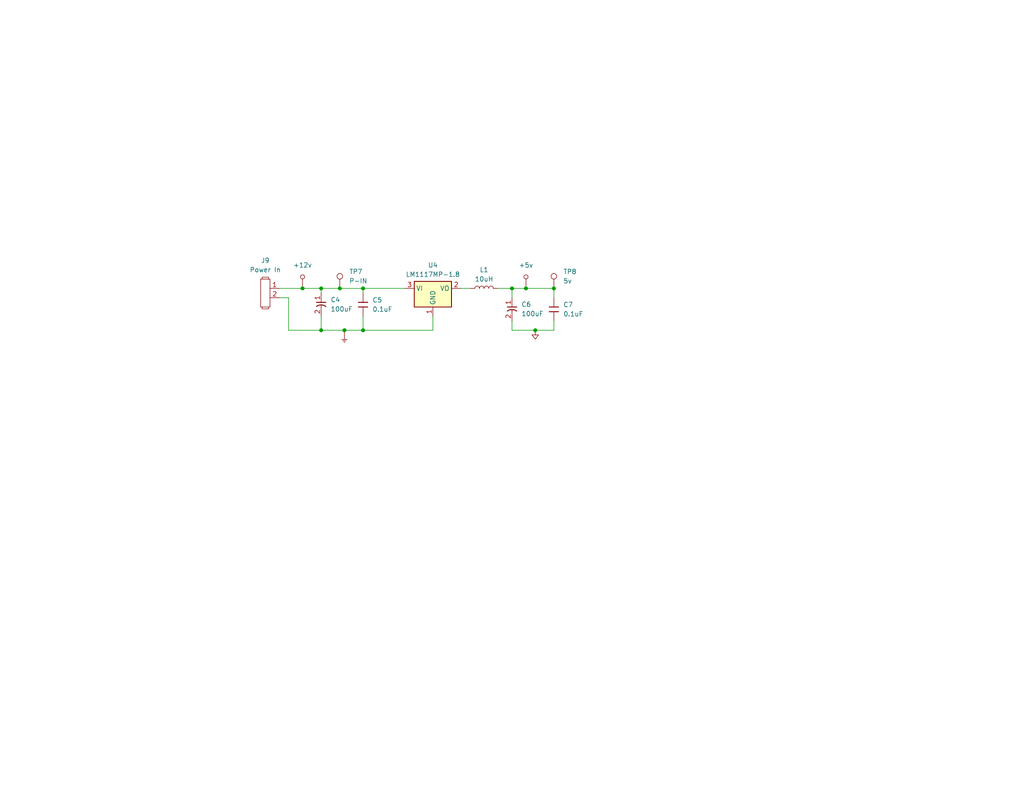
<source format=kicad_sch>
(kicad_sch (version 20250114) (generator "eeschema") (generator_version "9.0")
  (paper "A")
  (title_block (title "Input Power Schematic") (date "2024-12-10") (rev "A"))
  (lib_symbols
    (symbol "Connector:TestPoint" (pin_numbers (hide yes)) (pin_names (offset 0.762) (hide yes))
      (property "Reference" "TP" (at 0 6.858 0))
      (property "Value" "TestPoint" (at 0 5.08 0))
      (symbol "TestPoint_0_1"
        (circle (center 0 3.302) (radius 0.762))
      )
      (symbol "TestPoint_1_1"
        (pin passive line (at 0 0 90) (length 2.54) (name "1") (number "1"))
      )
    )
    (symbol "Custom Power:+12v" (power) (pin_numbers (hide yes)) (pin_names (hide yes)) (in_bom no) (on_board no)
      (property "Value" "+12v" (at 0 3.81 0))
      (symbol "+12v_0_1"
        (circle (center 0 1.8796) (radius 0.5611))
      )
      (symbol "+12v_1_1"
        (pin power_in line (at 0 -1.27 90) (length 2.54) (name "+12v") (number "~"))
      )
    )
    (symbol "Custom Power:+5v" (power) (pin_numbers (hide yes)) (pin_names (hide yes)) (in_bom no) (on_board no)
      (property "Value" "+5v" (at 0 3.81 0))
      (symbol "+5v_0_1"
        (circle (center 0 1.8796) (radius 0.5611))
      )
      (symbol "+5v_1_1"
        (pin power_in line (at 0 -1.27 90) (length 2.54) (name "+5v") (number ""))
      )
    )
    (symbol "Custom Power:Earth_GND" (power) (pin_numbers (hide yes)) (pin_names (hide yes)) (in_bom no) (on_board no)
      (symbol "Earth_GND_0_1"
        (polyline (pts (xy -0.762 -2.54) (xy 0.762 -2.54)))
        (polyline (pts (xy -0.381 -2.921) (xy 0.381 -2.921)))
        (polyline (pts (xy -0.127 -3.302) (xy 0.127 -3.302)))
      )
      (symbol "Earth_GND_1_1"
        (pin power_in line (at 0 0 270) (length 2.54) (name "Earth_GND") (number "~"))
      )
    )
    (symbol "Custom Power:GND" (power) (pin_numbers (hide yes)) (pin_names (hide yes)) (in_bom no) (on_board no)
      (symbol "GND_0_1"
        (polyline (pts (xy -0.889 -1.27) (xy 0.889 -1.27) (xy 0 -2.413) (xy -0.889 -1.27)))
      )
      (symbol "GND_1_1"
        (pin power_in line (at 0 0 270) (length 1.27) (name "GND") (number "~"))
      )
    )
    (symbol "Device:L" (pin_numbers (hide yes)) (pin_names (offset 1.016) (hide yes))
      (property "Reference" "L" (at -1.27 0 90))
      (property "Value" "L" (at 1.905 0 90))
      (symbol "L_0_1"
        (arc (start 0 2.54) (mid 0.6323 1.905) (end 0 1.27))
        (arc (start 0 1.27) (mid 0.6323 0.635) (end 0 0))
        (arc (start 0 0) (mid 0.6323 -0.635) (end 0 -1.27))
        (arc (start 0 -1.27) (mid 0.6323 -1.905) (end 0 -2.54))
      )
      (symbol "L_1_1"
        (pin passive line (at 0 3.81 270) (length 1.27) (name "1") (number "1"))
        (pin passive line (at 0 -3.81 90) (length 1.27) (name "2") (number "2"))
      )
    )
    (symbol "Owen's Symbols:Capacitor" (pin_numbers (hide yes)) (pin_names (hide yes))
      (property "Reference" "C" (at 2.54 0 0))
      (property "Value" "?" (at 2.54 -2.54 0))
      (symbol "Capacitor_1_1"
        (polyline (pts (xy -1.27 -2.54) (xy 1.27 -2.54)) (stroke (width 0.254)))
        (polyline (pts (xy -1.27 -3.81) (xy 1.27 -3.81)) (stroke (width 0.254)))
        (pin passive line (at 0 0 270) (length 2.54) (name "1") (number "1"))
        (pin passive line (at 0 -6.35 90) (length 2.54) (name "2") (number "2"))
      )
    )
    (symbol "Owen's Symbols:Capacitor_pol" (pin_names (hide yes))
      (property "Reference" "C" (at 2.54 0 0))
      (property "Value" "?" (at 2.54 -2.54 0))
      (symbol "Capacitor_pol_0_1"
        (polyline (pts (xy 0 -3.302) (xy 0 -3.81)))
      )
      (symbol "Capacitor_pol_1_1"
        (polyline (pts (xy -1.27 -2.54) (xy 1.27 -2.54)) (stroke (width 0.254)))
        (arc (start -1.27 -3.6657) (mid 0 -3.2373) (end 1.27 -3.6657) (stroke (width 0.254)))
        (pin passive line (at 0 0 270) (length 2.54) (name "1") (number "1"))
        (pin passive line (at 0 -6.35 90) (length 2.54) (name "2") (number "2"))
      )
    )
    (symbol "Owen's Symbols:Header_1x2" (pin_names (hide yes))
      (property "Reference" "J" (at -7.62 -1.27 0))
      (property "Value" "?" (at -7.62 -3.81 0))
      (symbol "Header_1x2_0_1"
        (rectangle (start -5.08 2.54) (end -2.54 -5.08))
        (polyline (pts (xy -4.699 2.54) (xy -4.699 3.048) (xy -2.921 3.048) (xy -2.921 2.54)))
        (polyline (pts (xy -4.699 -5.08) (xy -4.699 -5.588) (xy -2.921 -5.588) (xy -2.921 -5.08)))
      )
      (symbol "Header_1x2_1_1"
        (pin passive line (at 0 0 180) (length 2.54) (name "1") (number "1"))
        (pin passive line (at 0 -2.54 180) (length 2.54) (name "2") (number "2"))
      )
    )
    (symbol "Regulator_Linear:LM1117MP-1.8"
      (property "Reference" "U" (at -3.81 3.175 0))
      (property "Value" "LM1117MP-1.8" (at 0 3.175 0))
      (symbol "LM1117MP-1.8_0_1"
        (rectangle (start -5.08 -5.08) (end 5.08 1.905) (stroke (width 0.254)) (fill (type background)))
      )
      (symbol "LM1117MP-1.8_1_1"
        (pin power_in line (at -7.62 0 0) (length 2.54) (name "VI") (number "3"))
        (pin power_in line (at 0 -7.62 90) (length 2.54) (name "GND") (number "1"))
        (pin power_out line (at 7.62 0 180) (length 2.54) (name "VO") (number "2"))
      )
    )
  )
  (junction (at 92.71 78.74))
  (junction (at 139.7 78.74))
  (junction (at 99.06 90.17))
  (junction (at 143.51 78.74))
  (junction (at 93.98 90.17))
  (junction (at 82.55 78.74))
  (junction (at 146.05 90.17))
  (junction (at 87.63 90.17))
  (junction (at 87.63 78.74))
  (junction (at 99.06 78.74))
  (junction (at 151.13 78.74))
  (wire (pts (xy 76.2 81.28) (xy 78.74 81.28)))
  (wire (pts (xy 87.63 78.74) (xy 82.55 78.74)))
  (wire (pts (xy 99.06 90.17) (xy 118.11 90.17)))
  (wire (pts (xy 93.98 90.17) (xy 99.06 90.17)))
  (wire (pts (xy 151.13 81.28) (xy 151.13 78.74)))
  (wire (pts (xy 125.73 78.74) (xy 128.27 78.74)))
  (wire (pts (xy 146.05 90.17) (xy 151.13 90.17)))
  (wire (pts (xy 92.71 78.74) (xy 99.06 78.74)))
  (wire (pts (xy 99.06 86.36) (xy 99.06 90.17)))
  (wire (pts (xy 87.63 80.01) (xy 87.63 78.74)))
  (wire (pts (xy 139.7 78.74) (xy 139.7 81.28)))
  (wire (pts (xy 99.06 78.74) (xy 110.49 78.74)))
  (wire (pts (xy 143.51 78.74) (xy 139.7 78.74)))
  (wire (pts (xy 99.06 80.01) (xy 99.06 78.74)))
  (wire (pts (xy 118.11 90.17) (xy 118.11 86.36)))
  (wire (pts (xy 151.13 78.74) (xy 143.51 78.74)))
  (wire (pts (xy 151.13 90.17) (xy 151.13 87.63)))
  (wire (pts (xy 78.74 81.28) (xy 78.74 90.17)))
  (wire (pts (xy 139.7 87.63) (xy 139.7 90.17)))
  (wire (pts (xy 87.63 86.36) (xy 87.63 90.17)))
  (wire (pts (xy 78.74 90.17) (xy 87.63 90.17)))
  (wire (pts (xy 135.89 78.74) (xy 139.7 78.74)))
  (wire (pts (xy 82.55 78.74) (xy 76.2 78.74)))
  (wire (pts (xy 87.63 90.17) (xy 93.98 90.17)))
  (wire (pts (xy 87.63 78.74) (xy 92.71 78.74)))
  (wire (pts (xy 139.7 90.17) (xy 146.05 90.17)))
  (symbol (lib_id "Connector:TestPoint") (at 151.13 78.74 0) (unit 1)
    (property "Reference" "TP8" (at 153.67 74.1679 0) (effects (justify left)))
    (property "Value" "5v" (at 153.67 76.7079 0) (effects (justify left)))
    (property "Footprint" "Connector_PinHeader_2.54mm:PinHeader_1x01_P2.54mm_Vertical" (effects (hide yes)))
    (property "Description" "test point" (effects (hide yes)))
  )
  (symbol (lib_id "Connector:TestPoint") (at 92.71 78.74 0) (unit 1)
    (property "Reference" "TP7" (at 95.25 74.1679 0) (effects (justify left)))
    (property "Value" "P-IN" (at 95.25 76.7079 0) (effects (justify left)))
    (property "Footprint" "Connector_PinHeader_2.54mm:PinHeader_1x01_P2.54mm_Vertical" (effects (hide yes)))
    (property "Description" "test point" (effects (hide yes)))
  )
  (symbol (lib_id "Custom Power:+5v") (at 143.51 77.47 0) (unit 1) (in_bom no) (on_board no)
    (property "Reference" "#PWR047" (effects (hide yes)))
    (property "Value" "+5v" (at 143.51 72.39 0))
  )
  (symbol (lib_id "Device:L") (at 132.08 78.74 90) (unit 1)
    (property "Reference" "L1" (at 132.08 73.66 90))
    (property "Value" "10uH" (at 132.08 76.2 90))
    (property "Footprint" "Inductor_THT:L_Axial_L5.0mm_D3.6mm_P10.00mm_Horizontal_Murata_BL01RN1A2A2" (effects (hide yes)))
    (property "Description" "Inductor" (effects (hide yes)))
  )
  (symbol (lib_id "Custom Power:GND") (at 146.05 90.17 0) (unit 1) (in_bom no) (on_board no)
    (property "Reference" "#PWR048" (effects (hide yes)))
    (property "Value" "GND" (effects (hide yes)))
  )
  (symbol (lib_id "Owen's Symbols:Capacitor") (at 99.06 80.01 0) (unit 1)
    (property "Reference" "C5" (at 101.6 81.9149 0) (effects (justify left)))
    (property "Value" "0.1uF" (at 101.6 84.4549 0) (effects (justify left)))
    (property "Footprint" "Capacitor_SMD:C_0805_2012Metric_Pad1.18x1.45mm_HandSolder" (effects (hide yes)))
  )
  (symbol (lib_id "Owen's Symbols:Capacitor") (at 151.13 81.28 0) (unit 1)
    (property "Reference" "C7" (at 153.67 83.1849 0) (effects (justify left)))
    (property "Value" "0.1uF" (at 153.67 85.7249 0) (effects (justify left)))
    (property "Footprint" "Capacitor_SMD:C_0805_2012Metric_Pad1.18x1.45mm_HandSolder" (effects (hide yes)))
  )
  (symbol (lib_id "Owen's Symbols:Capacitor_pol") (at 139.7 81.28 0) (unit 1)
    (property "Reference" "C6" (at 142.24 83.1214 0) (effects (justify left)))
    (property "Value" "100uF" (at 142.24 85.6614 0) (effects (justify left)))
    (property "Footprint" "Capacitor_THT:CP_Radial_D6.3mm_P2.50mm" (effects (hide yes)))
  )
  (symbol (lib_id "Owen's Symbols:Header_1x2") (at 76.2 78.74 0) (unit 1)
    (property "Reference" "J9" (at 72.39 71.12 0))
    (property "Value" "Power In" (at 72.39 73.66 0))
    (property "Footprint" "OF footprints:Two_Pin_Screw_Terminal" (effects (hide yes)))
  )
  (symbol (lib_id "Regulator_Linear:LM1117MP-1.8") (at 118.11 78.74 0) (unit 1)
    (property "Reference" "U4" (at 118.11 72.39 0))
    (property "Value" "LM1117MP-1.8" (at 118.11 74.93 0))
    (property "Footprint" "Package_TO_SOT_SMD:SOT-223-3_TabPin2" (effects (hide yes)))
    (property "Datasheet" "http://www.ti.com/lit/ds/symlink/lm1117.pdf" (effects (hide yes)))
    (property "Description" "800mA Low-Dropout Linear Regulator, 1.8V fixed output, SOT-223" (effects (hide yes)))
  )
  (symbol (lib_id "Custom Power:Earth_GND") (at 93.98 90.17 0) (unit 1) (in_bom no) (on_board no)
    (property "Reference" "#PWR046" (effects (hide yes)))
    (property "Value" "Earth_GND" (effects (hide yes)))
  )
  (symbol (lib_id "Owen's Symbols:Capacitor_pol") (at 87.63 80.01 0) (unit 1)
    (property "Reference" "C4" (at 90.17 81.8514 0) (effects (justify left)))
    (property "Value" "100uF" (at 90.17 84.3914 0) (effects (justify left)))
    (property "Footprint" "Capacitor_THT:CP_Radial_D6.3mm_P2.50mm" (effects (hide yes)))
  )
  (symbol (lib_id "Custom Power:+12v") (at 82.55 77.47 0) (unit 1) (in_bom no) (on_board no)
    (property "Reference" "#PWR045" (effects (hide yes)))
    (property "Value" "+12v" (at 82.55 72.39 0))
  )
)
</source>
